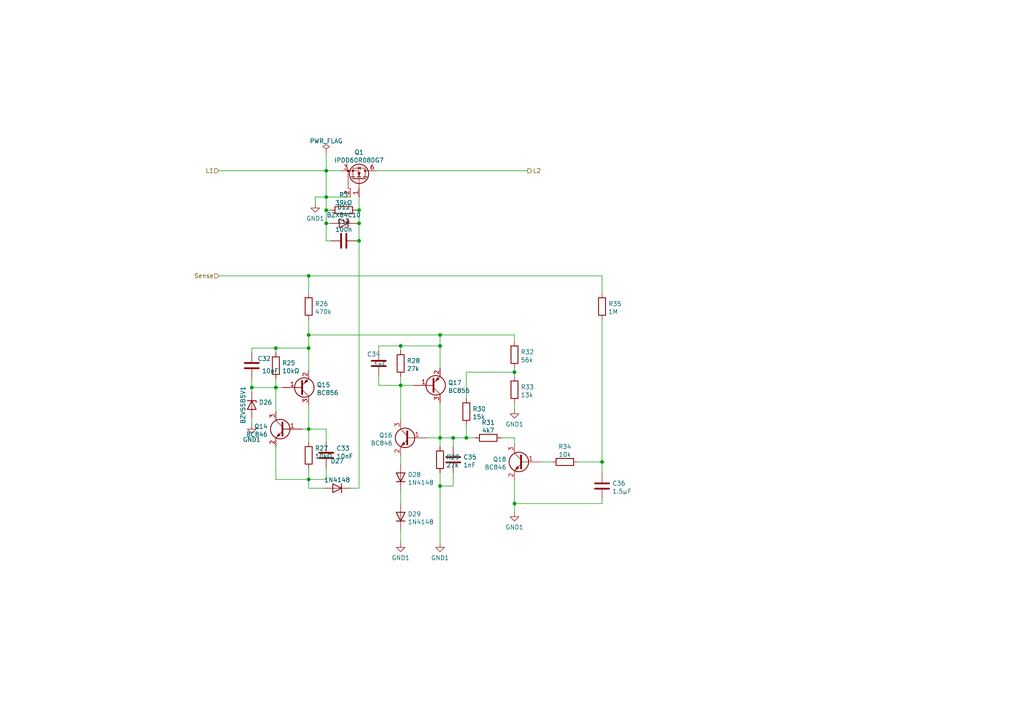
<source format=kicad_sch>
(kicad_sch (version 20210126) (generator eeschema)
  (paper "A4")
  (lib_symbols
    (symbol "Device:C" (pin_numbers hide) (pin_names (offset 0.254))
      (property "Reference" "C" (at 0.635 2.54 0))
      (property "Value" "C" (at 0.635 -2.54 0))
      (symbol "C_0_1"
        (polyline (pts (xy -2.032 -0.762) (xy 2.032 -0.762)) (stroke (width 0.508)))
        (polyline (pts (xy -2.032 0.762) (xy 2.032 0.762)) (stroke (width 0.508)))
      )
      (symbol "C_1_1"
        (pin passive line (at 0 3.81 270) (length 2.794) (name "~") (number "1"))
        (pin passive line (at 0 -3.81 90) (length 2.794) (name "~") (number "2"))
      )
    )
    (symbol "Device:R" (pin_numbers hide) (pin_names (offset 0))
      (property "Reference" "R" (at 2.032 0 90))
      (property "Value" "R" (at 0 0 90))
      (symbol "R_0_1"
        (rectangle (start -1.016 -2.54) (end 1.016 2.54) (stroke (width 0.254)))
      )
      (symbol "R_1_1"
        (pin passive line (at 0 3.81 270) (length 1.27) (name "~") (number "1"))
        (pin passive line (at 0 -3.81 90) (length 1.27) (name "~") (number "2"))
      )
    )
    (symbol "Diode:1N4148" (pin_numbers hide) (pin_names (offset 1.016) hide)
      (property "Reference" "D" (at 0 2.54 0))
      (property "Value" "1N4148" (at 0 -2.54 0))
      (symbol "1N4148_0_1"
        (polyline (pts (xy -1.27 1.27) (xy -1.27 -1.27)) (stroke (width 0.254)))
        (polyline (pts (xy 1.27 0) (xy -1.27 0)))
        (polyline (pts (xy 1.27 1.27) (xy 1.27 -1.27) (xy -1.27 0) (xy 1.27 1.27)) (stroke (width 0.254)))
      )
      (symbol "1N4148_1_1"
        (pin passive line (at -3.81 0 0) (length 2.54) (name "K") (number "1"))
        (pin passive line (at 3.81 0 180) (length 2.54) (name "A") (number "2"))
      )
    )
    (symbol "Diode:BZV55B5V1" (pin_numbers hide) (pin_names (offset 1.016) hide)
      (property "Reference" "D" (at 0 2.54 0))
      (property "Value" "BZV55B5V1" (at 0 -2.54 0))
      (symbol "BZV55B5V1_0_1"
        (polyline (pts (xy 1.27 0) (xy -1.27 0)))
        (polyline (pts (xy -1.27 -1.27) (xy -1.27 1.27) (xy -0.762 1.27)) (stroke (width 0.254)))
        (polyline (pts (xy 1.27 -1.27) (xy 1.27 1.27) (xy -1.27 0) (xy 1.27 -1.27)) (stroke (width 0.254)))
      )
      (symbol "BZV55B5V1_1_1"
        (pin passive line (at -3.81 0 0) (length 2.54) (name "K") (number "1"))
        (pin passive line (at 3.81 0 180) (length 2.54) (name "A") (number "2"))
      )
    )
    (symbol "Diode:BZX84Cxx" (pin_numbers hide) (pin_names (offset 1.016) hide)
      (property "Reference" "D" (at 0 2.54 0))
      (property "Value" "BZX84Cxx" (at 0 -2.54 0))
      (symbol "BZX84Cxx_0_1"
        (polyline (pts (xy 1.27 0) (xy -1.27 0)))
        (polyline (pts (xy -1.27 -1.27) (xy -1.27 1.27) (xy -0.762 1.27)) (stroke (width 0.254)))
        (polyline (pts (xy 1.27 -1.27) (xy 1.27 1.27) (xy -1.27 0) (xy 1.27 -1.27)) (stroke (width 0.254)))
      )
      (symbol "BZX84Cxx_1_1"
        (pin passive line (at -3.81 0 0) (length 2.54) (name "K") (number "1"))
        (pin passive line (at 3.81 0 180) (length 2.54) (name "A") (number "2"))
      )
    )
    (symbol "Transistor_BJT:BC846" (pin_names (offset 0) hide)
      (property "Reference" "Q" (at 5.08 1.905 0))
      (property "Value" "BC846" (at 5.08 0 0))
      (symbol "BC846_0_1"
        (circle (center 1.27 0) (radius 2.8194) (stroke (width 0.254)))
        (polyline (pts (xy 0.635 0.635) (xy 2.54 2.54)))
        (polyline (pts (xy 0.635 -0.635) (xy 2.54 -2.54) (xy 2.54 -2.54)))
        (polyline (pts (xy 0.635 1.905) (xy 0.635 -1.905) (xy 0.635 -1.905)) (stroke (width 0.508)))
        (polyline (pts (xy 1.27 -1.778) (xy 1.778 -1.27) (xy 2.286 -2.286) (xy 1.27 -1.778) (xy 1.27 -1.778)) (fill (type outline)))
      )
      (symbol "BC846_1_1"
        (pin input line (at -5.08 0 0) (length 5.715) (name "B") (number "1"))
        (pin passive line (at 2.54 -5.08 90) (length 2.54) (name "E") (number "2"))
        (pin passive line (at 2.54 5.08 270) (length 2.54) (name "C") (number "3"))
      )
    )
    (symbol "Transistor_BJT:BC856" (pin_names (offset 0) hide)
      (property "Reference" "Q" (at 5.08 1.905 0))
      (property "Value" "BC856" (at 5.08 0 0))
      (symbol "BC856_0_1"
        (circle (center 1.27 0) (radius 2.8194) (stroke (width 0.254)))
        (polyline (pts (xy 0.635 0.635) (xy 2.54 2.54)))
        (polyline (pts (xy 0.635 -0.635) (xy 2.54 -2.54) (xy 2.54 -2.54)))
        (polyline (pts (xy 0.635 1.905) (xy 0.635 -1.905) (xy 0.635 -1.905)) (stroke (width 0.508)))
        (polyline (pts (xy 2.286 -1.778) (xy 1.778 -2.286) (xy 1.27 -1.27) (xy 2.286 -1.778) (xy 2.286 -1.778)) (fill (type outline)))
      )
      (symbol "BC856_1_1"
        (pin input line (at -5.08 0 0) (length 5.715) (name "B") (number "1"))
        (pin passive line (at 2.54 -5.08 90) (length 2.54) (name "E") (number "2"))
        (pin passive line (at 2.54 5.08 270) (length 2.54) (name "C") (number "3"))
      )
    )
    (symbol "Transistor_FET:IPDD60R080G7" (pin_names hide)
      (property "Reference" "Q" (at 5.08 1.905 0))
      (property "Value" "IPDD60R080G7" (at 5.08 0 0))
      (symbol "IPDD60R080G7_0_1"
        (circle (center 1.651 0) (radius 2.794) (stroke (width 0.254)))
        (circle (center 2.54 -3.175) (radius 0.2794) (fill (type outline)))
        (circle (center 2.54 -1.778) (radius 0.254) (fill (type outline)))
        (circle (center 2.54 1.778) (radius 0.254) (fill (type outline)))
        (polyline (pts (xy 0.254 0) (xy -2.54 0)))
        (polyline (pts (xy 0.254 1.905) (xy 0.254 -1.905)) (stroke (width 0.254)))
        (polyline (pts (xy 0.762 -1.27) (xy 0.762 -2.286)) (stroke (width 0.254)))
        (polyline (pts (xy 0.762 0.508) (xy 0.762 -0.508)) (stroke (width 0.254)))
        (polyline (pts (xy 0.762 2.286) (xy 0.762 1.27)) (stroke (width 0.254)))
        (polyline (pts (xy 2.54 2.54) (xy 2.54 1.778)))
        (polyline (pts (xy -2.54 -2.54) (xy -2.54 -3.175) (xy 2.54 -3.175)))
        (polyline (pts (xy 2.54 -2.54) (xy 2.54 0) (xy 0.762 0)))
        (polyline (pts (xy 0.762 -1.778) (xy 3.302 -1.778) (xy 3.302 1.778) (xy 0.762 1.778)))
        (polyline (pts (xy 2.794 0.508) (xy 2.921 0.381) (xy 3.683 0.381) (xy 3.81 0.254)))
        (polyline (pts (xy 3.302 0.381) (xy 2.921 -0.254) (xy 3.683 -0.254) (xy 3.302 0.381)))
        (polyline (pts (xy 1.016 0) (xy 2.032 0.381) (xy 2.032 -0.381) (xy 1.016 0)) (fill (type outline)))
      )
      (symbol "IPDD60R080G7_1_1"
        (pin input line (at -5.08 0 0) (length 2.54) (name "G") (number "1"))
        (pin passive line (at 2.54 5.08 270) (length 2.54) hide (name "D") (number "10"))
        (pin passive line (at -5.08 -2.54 0) (length 2.54) (name "DS") (number "2"))
        (pin passive line (at 2.54 -5.08 90) (length 2.54) (name "PS") (number "3"))
        (pin passive line (at 2.54 -5.08 90) (length 2.54) hide (name "PS") (number "4"))
        (pin passive line (at 2.54 -5.08 90) (length 2.54) hide (name "PS") (number "5"))
        (pin passive line (at 2.54 5.08 270) (length 2.54) (name "D") (number "6"))
        (pin passive line (at 2.54 5.08 270) (length 2.54) hide (name "D") (number "7"))
        (pin passive line (at 2.54 5.08 270) (length 2.54) hide (name "D") (number "8"))
        (pin passive line (at 2.54 5.08 270) (length 2.54) hide (name "D") (number "9"))
      )
    )
    (symbol "power:GND1" (power) (pin_names (offset 0))
      (property "Value" "GND1" (at 0 -3.81 0))
      (symbol "GND1_0_1"
        (polyline (pts (xy 0 0) (xy 0 -1.27) (xy 1.27 -1.27) (xy 0 -2.54) (xy -1.27 -1.27) (xy 0 -1.27)))
      )
      (symbol "GND1_1_1"
        (pin power_in line (at 0 0 270) (length 0) hide (name "GND1") (number "1"))
      )
    )
    (symbol "power:PWR_FLAG" (power) (pin_numbers hide) (pin_names (offset 0) hide)
      (property "Value" "PWR_FLAG" (at 0 3.81 0))
      (symbol "PWR_FLAG_0_0"
        (pin power_out line (at 0 0 90) (length 0) (name "pwr") (number "1"))
      )
      (symbol "PWR_FLAG_0_1"
        (polyline (pts (xy 0 0) (xy 0 1.27) (xy -1.016 1.905) (xy 0 2.54) (xy 1.016 1.905) (xy 0 1.27)))
      )
    )
  )
  (junction (at 73.025 112.395) (diameter 0.9144))
  (junction (at 80.01 100.965) (diameter 0.9144))
  (junction (at 80.01 112.395) (diameter 0.9144))
  (junction (at 89.535 80.01) (diameter 0.9144))
  (junction (at 89.535 97.155) (diameter 0.9144))
  (junction (at 89.535 100.965) (diameter 0.9144))
  (junction (at 89.535 124.46) (diameter 0.9144))
  (junction (at 89.535 139.065) (diameter 0.9144))
  (junction (at 94.615 49.53) (diameter 0.9144))
  (junction (at 94.615 57.15) (diameter 0.9144))
  (junction (at 94.615 60.96) (diameter 0.9144))
  (junction (at 94.615 64.77) (diameter 0.9144))
  (junction (at 104.14 60.96) (diameter 0.9144))
  (junction (at 104.14 64.77) (diameter 0.9144))
  (junction (at 104.14 69.85) (diameter 0.9144))
  (junction (at 116.205 100.33) (diameter 0.9144))
  (junction (at 116.205 111.76) (diameter 0.9144))
  (junction (at 127.635 97.155) (diameter 0.9144))
  (junction (at 127.635 100.33) (diameter 0.9144))
  (junction (at 127.635 127) (diameter 0.9144))
  (junction (at 127.635 140.97) (diameter 0.9144))
  (junction (at 131.445 127) (diameter 0.9144))
  (junction (at 135.255 127) (diameter 0.9144))
  (junction (at 149.225 107.95) (diameter 0.9144))
  (junction (at 149.225 146.05) (diameter 0.9144))
  (junction (at 174.625 133.985) (diameter 0.9144))
  (wire (pts (xy 63.5 49.53) (xy 94.615 49.53)))
  (wire (pts (xy 63.5 80.01) (xy 89.535 80.01)))
  (wire (pts (xy 73.025 100.965) (xy 80.01 100.965)))
  (wire (pts (xy 73.025 102.235) (xy 73.025 100.965)))
  (wire (pts (xy 73.025 109.855) (xy 73.025 112.395)))
  (wire (pts (xy 73.025 112.395) (xy 73.025 113.665)))
  (wire (pts (xy 73.025 112.395) (xy 80.01 112.395)))
  (wire (pts (xy 73.025 121.285) (xy 73.025 123.19)))
  (wire (pts (xy 80.01 100.965) (xy 89.535 100.965)))
  (wire (pts (xy 80.01 102.235) (xy 80.01 100.965)))
  (wire (pts (xy 80.01 109.855) (xy 80.01 112.395)))
  (wire (pts (xy 80.01 112.395) (xy 80.01 119.38)))
  (wire (pts (xy 80.01 112.395) (xy 81.915 112.395)))
  (wire (pts (xy 80.01 129.54) (xy 80.01 139.065)))
  (wire (pts (xy 80.01 139.065) (xy 89.535 139.065)))
  (wire (pts (xy 87.63 124.46) (xy 89.535 124.46)))
  (wire (pts (xy 89.535 80.01) (xy 89.535 85.09)))
  (wire (pts (xy 89.535 80.01) (xy 174.625 80.01)))
  (wire (pts (xy 89.535 92.71) (xy 89.535 97.155)))
  (wire (pts (xy 89.535 97.155) (xy 89.535 100.965)))
  (wire (pts (xy 89.535 97.155) (xy 127.635 97.155)))
  (wire (pts (xy 89.535 100.965) (xy 89.535 107.315)))
  (wire (pts (xy 89.535 124.46) (xy 89.535 117.475)))
  (wire (pts (xy 89.535 124.46) (xy 89.535 128.27)))
  (wire (pts (xy 89.535 135.89) (xy 89.535 139.065)))
  (wire (pts (xy 89.535 139.065) (xy 89.535 141.605)))
  (wire (pts (xy 89.535 141.605) (xy 93.98 141.605)))
  (wire (pts (xy 91.44 57.15) (xy 94.615 57.15)))
  (wire (pts (xy 91.44 59.055) (xy 91.44 57.15)))
  (wire (pts (xy 94.615 44.45) (xy 94.615 49.53)))
  (wire (pts (xy 94.615 49.53) (xy 99.06 49.53)))
  (wire (pts (xy 94.615 57.15) (xy 94.615 49.53)))
  (wire (pts (xy 94.615 57.15) (xy 94.615 60.96)))
  (wire (pts (xy 94.615 60.96) (xy 94.615 64.77)))
  (wire (pts (xy 94.615 60.96) (xy 95.885 60.96)))
  (wire (pts (xy 94.615 64.77) (xy 94.615 69.85)))
  (wire (pts (xy 94.615 64.77) (xy 95.885 64.77)))
  (wire (pts (xy 94.615 124.46) (xy 89.535 124.46)))
  (wire (pts (xy 94.615 128.27) (xy 94.615 124.46)))
  (wire (pts (xy 94.615 135.89) (xy 94.615 139.065)))
  (wire (pts (xy 94.615 139.065) (xy 89.535 139.065)))
  (wire (pts (xy 95.885 69.85) (xy 94.615 69.85)))
  (wire (pts (xy 101.6 57.15) (xy 94.615 57.15)))
  (wire (pts (xy 101.6 141.605) (xy 104.14 141.605)))
  (wire (pts (xy 103.505 60.96) (xy 104.14 60.96)))
  (wire (pts (xy 103.505 64.77) (xy 104.14 64.77)))
  (wire (pts (xy 103.505 69.85) (xy 104.14 69.85)))
  (wire (pts (xy 104.14 57.15) (xy 104.14 60.96)))
  (wire (pts (xy 104.14 60.96) (xy 104.14 64.77)))
  (wire (pts (xy 104.14 64.77) (xy 104.14 69.85)))
  (wire (pts (xy 104.14 141.605) (xy 104.14 69.85)))
  (wire (pts (xy 109.22 49.53) (xy 153.035 49.53)))
  (wire (pts (xy 109.855 100.33) (xy 116.205 100.33)))
  (wire (pts (xy 109.855 101.6) (xy 109.855 100.33)))
  (wire (pts (xy 109.855 109.22) (xy 109.855 111.76)))
  (wire (pts (xy 109.855 111.76) (xy 116.205 111.76)))
  (wire (pts (xy 116.205 100.33) (xy 127.635 100.33)))
  (wire (pts (xy 116.205 101.6) (xy 116.205 100.33)))
  (wire (pts (xy 116.205 109.22) (xy 116.205 111.76)))
  (wire (pts (xy 116.205 111.76) (xy 116.205 121.92)))
  (wire (pts (xy 116.205 111.76) (xy 120.015 111.76)))
  (wire (pts (xy 116.205 132.08) (xy 116.205 134.62)))
  (wire (pts (xy 116.205 142.24) (xy 116.205 146.05)))
  (wire (pts (xy 116.205 153.67) (xy 116.205 157.48)))
  (wire (pts (xy 123.825 127) (xy 127.635 127)))
  (wire (pts (xy 127.635 97.155) (xy 149.225 97.155)))
  (wire (pts (xy 127.635 100.33) (xy 127.635 97.155)))
  (wire (pts (xy 127.635 100.33) (xy 127.635 106.68)))
  (wire (pts (xy 127.635 116.84) (xy 127.635 127)))
  (wire (pts (xy 127.635 127) (xy 127.635 129.54)))
  (wire (pts (xy 127.635 127) (xy 131.445 127)))
  (wire (pts (xy 127.635 137.16) (xy 127.635 140.97)))
  (wire (pts (xy 127.635 140.97) (xy 127.635 157.48)))
  (wire (pts (xy 131.445 127) (xy 131.445 129.54)))
  (wire (pts (xy 131.445 127) (xy 135.255 127)))
  (wire (pts (xy 131.445 137.16) (xy 131.445 140.97)))
  (wire (pts (xy 131.445 140.97) (xy 127.635 140.97)))
  (wire (pts (xy 135.255 107.95) (xy 149.225 107.95)))
  (wire (pts (xy 135.255 115.57) (xy 135.255 107.95)))
  (wire (pts (xy 135.255 123.19) (xy 135.255 127)))
  (wire (pts (xy 135.255 127) (xy 137.795 127)))
  (wire (pts (xy 145.415 127) (xy 149.225 127)))
  (wire (pts (xy 149.225 99.06) (xy 149.225 97.155)))
  (wire (pts (xy 149.225 106.68) (xy 149.225 107.95)))
  (wire (pts (xy 149.225 107.95) (xy 149.225 109.22)))
  (wire (pts (xy 149.225 116.84) (xy 149.225 118.745)))
  (wire (pts (xy 149.225 127) (xy 149.225 128.905)))
  (wire (pts (xy 149.225 139.065) (xy 149.225 146.05)))
  (wire (pts (xy 149.225 146.05) (xy 149.225 148.59)))
  (wire (pts (xy 149.225 146.05) (xy 174.625 146.05)))
  (wire (pts (xy 156.845 133.985) (xy 160.02 133.985)))
  (wire (pts (xy 167.64 133.985) (xy 174.625 133.985)))
  (wire (pts (xy 174.625 80.01) (xy 174.625 85.09)))
  (wire (pts (xy 174.625 92.71) (xy 174.625 133.985)))
  (wire (pts (xy 174.625 133.985) (xy 174.625 137.16)))
  (wire (pts (xy 174.625 144.78) (xy 174.625 146.05)))
  (hierarchical_label "L1" (shape input) (at 63.5 49.53 180))
  (hierarchical_label "Sense" (shape input) (at 63.5 80.01 180))
  (hierarchical_label "L2" (shape output) (at 153.035 49.53 0))
  (symbol (lib_id "power:PWR_FLAG") (at 94.615 44.45 0) (unit 1)
    (property "Reference" "#FLG0101" (effects hide))
    (property "Value" "PWR_FLAG" (at 94.615 40.9026 0))
  )
  (symbol (lib_id "power:GND1") (at 73.025 123.19 0) (unit 1)
    (property "Reference" "#PWR09" (effects hide))
    (property "Value" "GND1" (at 73.025 127.5144 0))
  )
  (symbol (lib_id "power:GND1") (at 91.44 59.055 0) (unit 1)
    (property "Reference" "#PWR010" (effects hide))
    (property "Value" "GND1" (at 91.44 63.3794 0))
  )
  (symbol (lib_id "power:GND1") (at 116.205 157.48 0) (unit 1)
    (property "Reference" "#PWR011" (effects hide))
    (property "Value" "GND1" (at 116.205 161.8044 0))
  )
  (symbol (lib_id "power:GND1") (at 127.635 157.48 0) (unit 1)
    (property "Reference" "#PWR012" (effects hide))
    (property "Value" "GND1" (at 127.635 161.8044 0))
  )
  (symbol (lib_id "power:GND1") (at 149.225 118.745 0) (unit 1)
    (property "Reference" "#PWR013" (effects hide))
    (property "Value" "GND1" (at 149.225 123.0694 0))
  )
  (symbol (lib_id "power:GND1") (at 149.225 148.59 0) (unit 1)
    (property "Reference" "#PWR014" (effects hide))
    (property "Value" "GND1" (at 149.225 152.9144 0))
  )
  (symbol (lib_id "Device:R") (at 80.01 106.045 0) (unit 1)
    (property "Reference" "R25" (at 81.7881 105.2841 0) (effects (justify left)))
    (property "Value" "10kΩ" (at 81.7881 107.5828 0) (effects (justify left)))
    (property "Footprint" "Resistor_THT:R_Axial_DIN0207_L6.3mm_D2.5mm_P7.62mm_Horizontal" (effects hide))
  )
  (symbol (lib_id "Device:R") (at 89.535 88.9 0) (unit 1)
    (property "Reference" "R26" (at 91.3131 88.1391 0) (effects (justify left)))
    (property "Value" "470k" (at 91.3131 90.4378 0) (effects (justify left)))
    (property "Footprint" "Resistor_THT:R_Axial_DIN0207_L6.3mm_D2.5mm_P7.62mm_Horizontal" (effects hide))
  )
  (symbol (lib_id "Device:R") (at 89.535 132.08 0) (unit 1)
    (property "Reference" "R27" (at 91.3131 130.0491 0) (effects (justify left)))
    (property "Value" "10kΩ" (at 91.3131 132.3478 0) (effects (justify left)))
    (property "Footprint" "Resistor_THT:R_Axial_DIN0207_L6.3mm_D2.5mm_P7.62mm_Horizontal" (effects hide))
  )
  (symbol (lib_id "Device:R") (at 99.695 60.96 90) (unit 1)
    (property "Reference" "R3" (at 99.695 56.5108 90))
    (property "Value" "39kΩ" (at 99.695 58.8095 90))
  )
  (symbol (lib_id "Device:R") (at 116.205 105.41 0) (unit 1)
    (property "Reference" "R28" (at 117.9831 104.6491 0) (effects (justify left)))
    (property "Value" "27k" (at 117.9831 106.9478 0) (effects (justify left)))
    (property "Footprint" "Resistor_THT:R_Axial_DIN0207_L6.3mm_D2.5mm_P7.62mm_Horizontal" (effects hide))
  )
  (symbol (lib_id "Device:R") (at 127.635 133.35 0) (unit 1)
    (property "Reference" "R29" (at 129.4131 132.5891 0) (effects (justify left)))
    (property "Value" "27k" (at 129.4131 134.8878 0) (effects (justify left)))
    (property "Footprint" "Resistor_THT:R_Axial_DIN0207_L6.3mm_D2.5mm_P7.62mm_Horizontal" (effects hide))
  )
  (symbol (lib_id "Device:R") (at 135.255 119.38 0) (unit 1)
    (property "Reference" "R30" (at 137.0331 118.6191 0) (effects (justify left)))
    (property "Value" "15k" (at 137.0331 120.9178 0) (effects (justify left)))
    (property "Footprint" "Resistor_THT:R_Axial_DIN0207_L6.3mm_D2.5mm_P7.62mm_Horizontal" (effects hide))
  )
  (symbol (lib_id "Device:R") (at 141.605 127 270) (unit 1)
    (property "Reference" "R31" (at 141.605 122.5508 90))
    (property "Value" "4k7" (at 141.605 124.8495 90))
    (property "Footprint" "Resistor_THT:R_Axial_DIN0207_L6.3mm_D2.5mm_P7.62mm_Horizontal" (effects hide))
  )
  (symbol (lib_id "Device:R") (at 149.225 102.87 0) (unit 1)
    (property "Reference" "R32" (at 151.0031 102.1091 0) (effects (justify left)))
    (property "Value" "56k" (at 151.0031 104.4078 0) (effects (justify left)))
    (property "Footprint" "Resistor_THT:R_Axial_DIN0207_L6.3mm_D2.5mm_P7.62mm_Horizontal" (effects hide))
  )
  (symbol (lib_id "Device:R") (at 149.225 113.03 0) (unit 1)
    (property "Reference" "R33" (at 151.0031 112.2691 0) (effects (justify left)))
    (property "Value" "13k" (at 151.0031 114.5678 0) (effects (justify left)))
    (property "Footprint" "Resistor_THT:R_Axial_DIN0207_L6.3mm_D2.5mm_P7.62mm_Horizontal" (effects hide))
  )
  (symbol (lib_id "Device:R") (at 163.83 133.985 90) (unit 1)
    (property "Reference" "R34" (at 163.83 129.5358 90))
    (property "Value" "10k" (at 163.83 131.8345 90))
    (property "Footprint" "Resistor_THT:R_Axial_DIN0207_L6.3mm_D2.5mm_P7.62mm_Horizontal" (effects hide))
  )
  (symbol (lib_id "Device:R") (at 174.625 88.9 0) (unit 1)
    (property "Reference" "R35" (at 176.4031 88.1391 0) (effects (justify left)))
    (property "Value" "1M" (at 176.4031 90.4378 0) (effects (justify left)))
    (property "Footprint" "Resistor_THT:R_Axial_DIN0207_L6.3mm_D2.5mm_P7.62mm_Horizontal" (effects hide))
  )
  (symbol (lib_id "Diode:BZV55B5V1") (at 73.025 117.475 270) (unit 1)
    (property "Reference" "D26" (at 75.0571 116.7141 90) (effects (justify left)))
    (property "Value" "BZV55B5V1" (at 70.485 117.475 0))
    (property "Footprint" "Diode_SMD:D_MiniMELF" (effects hide))
    (property "Datasheet" "https://assets.nexperia.com/documents/data-sheet/BZV55_SER.pdf" (effects hide))
  )
  (symbol (lib_id "Diode:1N4148") (at 97.79 141.605 0) (mirror y) (unit 1)
    (property "Reference" "D27" (at 97.79 133.7268 0))
    (property "Value" "1N4148" (at 97.79 139.2005 0))
    (property "Footprint" "Diode_THT:D_DO-35_SOD27_P7.62mm_Horizontal" (effects hide))
    (property "Datasheet" "https://assets.nexperia.com/documents/data-sheet/1N4148_1N4448.pdf" (effects hide))
  )
  (symbol (lib_id "Diode:BZX84Cxx") (at 99.695 64.77 0) (mirror y) (unit 1)
    (property "Reference" "D12" (at 99.695 60.0668 0))
    (property "Value" "BZX84C10" (at 99.695 62.3655 0))
    (property "Footprint" "Diode_SMD:D_SOT-23_ANK" (effects hide))
    (property "Datasheet" "https://diotec.com/tl_files/diotec/files/pdf/datasheets/bzx84c2v4.pdf" (effects hide))
  )
  (symbol (lib_id "Diode:1N4148") (at 116.205 138.43 270) (mirror x) (unit 1)
    (property "Reference" "D28" (at 118.2371 137.6691 90) (effects (justify left)))
    (property "Value" "1N4148" (at 118.2371 139.9678 90) (effects (justify left)))
    (property "Footprint" "Diode_THT:D_DO-35_SOD27_P7.62mm_Horizontal" (effects hide))
    (property "Datasheet" "https://assets.nexperia.com/documents/data-sheet/1N4148_1N4448.pdf" (effects hide))
  )
  (symbol (lib_id "Diode:1N4148") (at 116.205 149.86 270) (mirror x) (unit 1)
    (property "Reference" "D29" (at 118.2371 149.0991 90) (effects (justify left)))
    (property "Value" "1N4148" (at 118.2371 151.3978 90) (effects (justify left)))
    (property "Footprint" "Diode_THT:D_DO-35_SOD27_P7.62mm_Horizontal" (effects hide))
    (property "Datasheet" "https://assets.nexperia.com/documents/data-sheet/1N4148_1N4448.pdf" (effects hide))
  )
  (symbol (lib_id "Device:C") (at 73.025 106.045 0) (unit 1)
    (property "Reference" "C32" (at 74.6761 104.0141 0) (effects (justify left)))
    (property "Value" "10nF" (at 75.9461 107.5828 0) (effects (justify left)))
  )
  (symbol (lib_id "Device:C") (at 94.615 132.08 0) (unit 1)
    (property "Reference" "C33" (at 97.5361 130.0491 0) (effects (justify left)))
    (property "Value" "10nF" (at 97.5361 132.3478 0) (effects (justify left)))
  )
  (symbol (lib_id "Device:C") (at 99.695 69.85 90) (unit 1)
    (property "Reference" "C14" (at 99.695 64.2578 90))
    (property "Value" "100n" (at 99.695 66.5565 90))
  )
  (symbol (lib_id "Device:C") (at 109.855 105.41 0) (unit 1)
    (property "Reference" "C34" (at 106.4261 102.7441 0) (effects (justify left)))
    (property "Value" "1nF" (at 108.3311 105.6778 0) (effects (justify left)))
  )
  (symbol (lib_id "Device:C") (at 131.445 133.35 0) (unit 1)
    (property "Reference" "C35" (at 134.3661 132.5891 0) (effects (justify left)))
    (property "Value" "1nF" (at 134.3661 134.8878 0) (effects (justify left)))
  )
  (symbol (lib_id "Device:C") (at 174.625 140.97 0) (unit 1)
    (property "Reference" "C36" (at 177.5461 140.2091 0) (effects (justify left)))
    (property "Value" "1.5µF" (at 177.5461 142.5078 0) (effects (justify left)))
  )
  (symbol (lib_id "Transistor_BJT:BC846") (at 82.55 124.46 0) (mirror y) (unit 1)
    (property "Reference" "Q14" (at 77.6985 123.6991 0) (effects (justify left)))
    (property "Value" "BC846" (at 77.6985 125.9978 0) (effects (justify left)))
    (property "Footprint" "Package_TO_SOT_SMD:SOT-23" (effects hide))
    (property "Datasheet" "https://assets.nexperia.com/documents/data-sheet/BC846_SER.pdf" (effects hide))
  )
  (symbol (lib_id "Transistor_BJT:BC856") (at 86.995 112.395 0) (mirror x) (unit 1)
    (property "Reference" "Q15" (at 91.8465 111.6341 0) (effects (justify left)))
    (property "Value" "BC856" (at 91.8465 113.9328 0) (effects (justify left)))
    (property "Footprint" "Package_TO_SOT_SMD:SOT-23" (effects hide))
    (property "Datasheet" "https://www.onsemi.com/pub/Collateral/BC860-D.pdf" (effects hide))
  )
  (symbol (lib_id "Transistor_BJT:BC846") (at 118.745 127 0) (mirror y) (unit 1)
    (property "Reference" "Q16" (at 113.8935 126.2391 0) (effects (justify left)))
    (property "Value" "BC846" (at 113.8935 128.5378 0) (effects (justify left)))
    (property "Footprint" "Package_TO_SOT_SMD:SOT-23" (effects hide))
    (property "Datasheet" "https://assets.nexperia.com/documents/data-sheet/BC846_SER.pdf" (effects hide))
  )
  (symbol (lib_id "Transistor_BJT:BC856") (at 125.095 111.76 0) (mirror x) (unit 1)
    (property "Reference" "Q17" (at 129.9465 110.9991 0) (effects (justify left)))
    (property "Value" "BC856" (at 129.9465 113.2978 0) (effects (justify left)))
    (property "Footprint" "Package_TO_SOT_SMD:SOT-23" (effects hide))
    (property "Datasheet" "https://www.onsemi.com/pub/Collateral/BC860-D.pdf" (effects hide))
  )
  (symbol (lib_id "Transistor_BJT:BC846") (at 151.765 133.985 0) (mirror y) (unit 1)
    (property "Reference" "Q18" (at 146.9135 133.2241 0) (effects (justify left)))
    (property "Value" "BC846" (at 146.9135 135.5228 0) (effects (justify left)))
    (property "Footprint" "Package_TO_SOT_SMD:SOT-23" (effects hide))
    (property "Datasheet" "https://assets.nexperia.com/documents/data-sheet/BC846_SER.pdf" (effects hide))
  )
  (symbol (lib_id "Transistor_FET:IPDD60R080G7") (at 104.14 52.07 270) (mirror x) (unit 1)
    (property "Reference" "Q1" (at 104.14 44.1918 90))
    (property "Value" "IPDD60R080G7" (at 104.14 46.4905 90))
    (property "Footprint" "Package_TO_SOT_SMD:Infineon_PG-HDSOP-10-1" (effects hide))
    (property "Datasheet" "https://www.infineon.com/dgdl/Infineon-IPDD60R080G7-DS-v02_00-EN.pdf?fileId=5546d4626102d35a016170882f757a07" (effects hide))
  )
)
</source>
